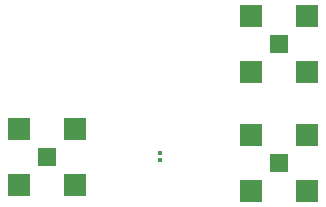
<source format=gtp>
G04 #@! TF.GenerationSoftware,KiCad,Pcbnew,(5.0.1)-4*
G04 #@! TF.CreationDate,2019-05-20T12:36:30-07:00*
G04 #@! TF.ProjectId,Fanout_circuit,46616E6F75745F636972637569742E6B,rev?*
G04 #@! TF.SameCoordinates,Original*
G04 #@! TF.FileFunction,Paste,Top*
G04 #@! TF.FilePolarity,Positive*
%FSLAX46Y46*%
G04 Gerber Fmt 4.6, Leading zero omitted, Abs format (unit mm)*
G04 Created by KiCad (PCBNEW (5.0.1)-4) date 5/20/2019 12:36:30 PM*
%MOMM*%
%LPD*%
G01*
G04 APERTURE LIST*
%ADD10R,1.900000X1.900000*%
%ADD11R,1.500000X1.500000*%
%ADD12R,0.300000X0.400000*%
G04 APERTURE END LIST*
D10*
G04 #@! TO.C,CON1*
X123125000Y-86750000D03*
X123125000Y-91500000D03*
X118375000Y-91500000D03*
X118375000Y-86750000D03*
D11*
X120750000Y-89125000D03*
G04 #@! TD*
D10*
G04 #@! TO.C,CON2*
X142750000Y-87250000D03*
X142750000Y-92000000D03*
X138000000Y-92000000D03*
X138000000Y-87250000D03*
D11*
X140375000Y-89625000D03*
G04 #@! TD*
G04 #@! TO.C,CON3*
X140400000Y-79575000D03*
D10*
X138025000Y-77200000D03*
X138025000Y-81950000D03*
X142775000Y-81950000D03*
X142775000Y-77200000D03*
G04 #@! TD*
D12*
G04 #@! TO.C,R1*
X130305000Y-88825000D03*
X130305000Y-89425000D03*
G04 #@! TD*
M02*

</source>
